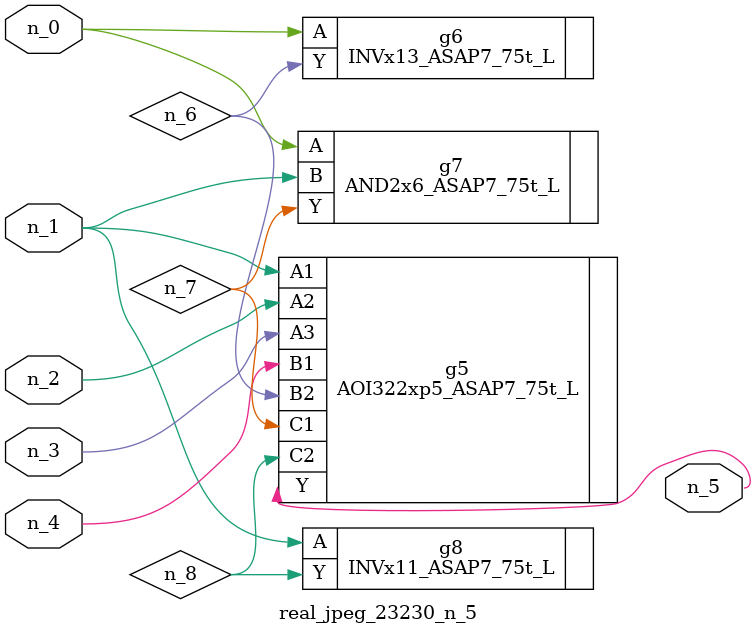
<source format=v>
module real_jpeg_23230_n_5 (n_4, n_0, n_1, n_2, n_3, n_5);

input n_4;
input n_0;
input n_1;
input n_2;
input n_3;

output n_5;

wire n_8;
wire n_6;
wire n_7;

INVx13_ASAP7_75t_L g6 ( 
.A(n_0),
.Y(n_6)
);

AND2x6_ASAP7_75t_L g7 ( 
.A(n_0),
.B(n_1),
.Y(n_7)
);

AOI322xp5_ASAP7_75t_L g5 ( 
.A1(n_1),
.A2(n_2),
.A3(n_3),
.B1(n_4),
.B2(n_6),
.C1(n_7),
.C2(n_8),
.Y(n_5)
);

INVx11_ASAP7_75t_L g8 ( 
.A(n_1),
.Y(n_8)
);


endmodule
</source>
